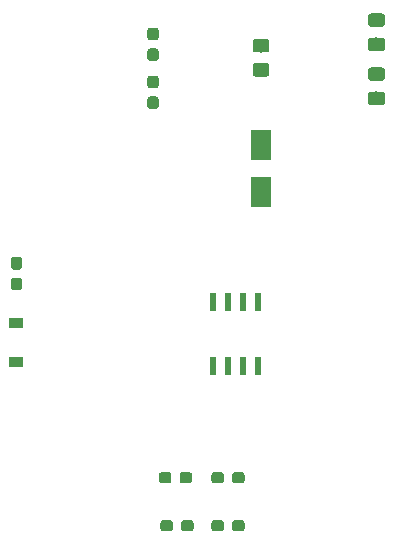
<source format=gbr>
G04 #@! TF.GenerationSoftware,KiCad,Pcbnew,5.1.4+dfsg1-1*
G04 #@! TF.CreationDate,2020-03-04T00:22:41+00:00*
G04 #@! TF.ProjectId,UaElectrex_Phase1,5561456c-6563-4747-9265-785f50686173,rev?*
G04 #@! TF.SameCoordinates,Original*
G04 #@! TF.FileFunction,Paste,Top*
G04 #@! TF.FilePolarity,Positive*
%FSLAX46Y46*%
G04 Gerber Fmt 4.6, Leading zero omitted, Abs format (unit mm)*
G04 Created by KiCad (PCBNEW 5.1.4+dfsg1-1) date 2020-03-04 00:22:41*
%MOMM*%
%LPD*%
G04 APERTURE LIST*
%ADD10R,0.549200X1.499200*%
%ADD11C,0.100000*%
%ADD12C,0.950000*%
%ADD13R,1.200000X0.900000*%
%ADD14R,1.800000X2.500000*%
%ADD15C,1.150000*%
G04 APERTURE END LIST*
D10*
X167259000Y-103411000D03*
X165989000Y-103411000D03*
X164719000Y-103411000D03*
X163449000Y-103411000D03*
X163449000Y-98011000D03*
X164719000Y-98011000D03*
X165989000Y-98011000D03*
X167259000Y-98011000D03*
D11*
G36*
X165904779Y-112429144D02*
G01*
X165927834Y-112432563D01*
X165950443Y-112438227D01*
X165972387Y-112446079D01*
X165993457Y-112456044D01*
X166013448Y-112468026D01*
X166032168Y-112481910D01*
X166049438Y-112497562D01*
X166065090Y-112514832D01*
X166078974Y-112533552D01*
X166090956Y-112553543D01*
X166100921Y-112574613D01*
X166108773Y-112596557D01*
X166114437Y-112619166D01*
X166117856Y-112642221D01*
X166119000Y-112665500D01*
X166119000Y-113140500D01*
X166117856Y-113163779D01*
X166114437Y-113186834D01*
X166108773Y-113209443D01*
X166100921Y-113231387D01*
X166090956Y-113252457D01*
X166078974Y-113272448D01*
X166065090Y-113291168D01*
X166049438Y-113308438D01*
X166032168Y-113324090D01*
X166013448Y-113337974D01*
X165993457Y-113349956D01*
X165972387Y-113359921D01*
X165950443Y-113367773D01*
X165927834Y-113373437D01*
X165904779Y-113376856D01*
X165881500Y-113378000D01*
X165306500Y-113378000D01*
X165283221Y-113376856D01*
X165260166Y-113373437D01*
X165237557Y-113367773D01*
X165215613Y-113359921D01*
X165194543Y-113349956D01*
X165174552Y-113337974D01*
X165155832Y-113324090D01*
X165138562Y-113308438D01*
X165122910Y-113291168D01*
X165109026Y-113272448D01*
X165097044Y-113252457D01*
X165087079Y-113231387D01*
X165079227Y-113209443D01*
X165073563Y-113186834D01*
X165070144Y-113163779D01*
X165069000Y-113140500D01*
X165069000Y-112665500D01*
X165070144Y-112642221D01*
X165073563Y-112619166D01*
X165079227Y-112596557D01*
X165087079Y-112574613D01*
X165097044Y-112553543D01*
X165109026Y-112533552D01*
X165122910Y-112514832D01*
X165138562Y-112497562D01*
X165155832Y-112481910D01*
X165174552Y-112468026D01*
X165194543Y-112456044D01*
X165215613Y-112446079D01*
X165237557Y-112438227D01*
X165260166Y-112432563D01*
X165283221Y-112429144D01*
X165306500Y-112428000D01*
X165881500Y-112428000D01*
X165904779Y-112429144D01*
X165904779Y-112429144D01*
G37*
D12*
X165594000Y-112903000D03*
D11*
G36*
X164154779Y-112429144D02*
G01*
X164177834Y-112432563D01*
X164200443Y-112438227D01*
X164222387Y-112446079D01*
X164243457Y-112456044D01*
X164263448Y-112468026D01*
X164282168Y-112481910D01*
X164299438Y-112497562D01*
X164315090Y-112514832D01*
X164328974Y-112533552D01*
X164340956Y-112553543D01*
X164350921Y-112574613D01*
X164358773Y-112596557D01*
X164364437Y-112619166D01*
X164367856Y-112642221D01*
X164369000Y-112665500D01*
X164369000Y-113140500D01*
X164367856Y-113163779D01*
X164364437Y-113186834D01*
X164358773Y-113209443D01*
X164350921Y-113231387D01*
X164340956Y-113252457D01*
X164328974Y-113272448D01*
X164315090Y-113291168D01*
X164299438Y-113308438D01*
X164282168Y-113324090D01*
X164263448Y-113337974D01*
X164243457Y-113349956D01*
X164222387Y-113359921D01*
X164200443Y-113367773D01*
X164177834Y-113373437D01*
X164154779Y-113376856D01*
X164131500Y-113378000D01*
X163556500Y-113378000D01*
X163533221Y-113376856D01*
X163510166Y-113373437D01*
X163487557Y-113367773D01*
X163465613Y-113359921D01*
X163444543Y-113349956D01*
X163424552Y-113337974D01*
X163405832Y-113324090D01*
X163388562Y-113308438D01*
X163372910Y-113291168D01*
X163359026Y-113272448D01*
X163347044Y-113252457D01*
X163337079Y-113231387D01*
X163329227Y-113209443D01*
X163323563Y-113186834D01*
X163320144Y-113163779D01*
X163319000Y-113140500D01*
X163319000Y-112665500D01*
X163320144Y-112642221D01*
X163323563Y-112619166D01*
X163329227Y-112596557D01*
X163337079Y-112574613D01*
X163347044Y-112553543D01*
X163359026Y-112533552D01*
X163372910Y-112514832D01*
X163388562Y-112497562D01*
X163405832Y-112481910D01*
X163424552Y-112468026D01*
X163444543Y-112456044D01*
X163465613Y-112446079D01*
X163487557Y-112438227D01*
X163510166Y-112432563D01*
X163533221Y-112429144D01*
X163556500Y-112428000D01*
X164131500Y-112428000D01*
X164154779Y-112429144D01*
X164154779Y-112429144D01*
G37*
D12*
X163844000Y-112903000D03*
D11*
G36*
X165904779Y-116493144D02*
G01*
X165927834Y-116496563D01*
X165950443Y-116502227D01*
X165972387Y-116510079D01*
X165993457Y-116520044D01*
X166013448Y-116532026D01*
X166032168Y-116545910D01*
X166049438Y-116561562D01*
X166065090Y-116578832D01*
X166078974Y-116597552D01*
X166090956Y-116617543D01*
X166100921Y-116638613D01*
X166108773Y-116660557D01*
X166114437Y-116683166D01*
X166117856Y-116706221D01*
X166119000Y-116729500D01*
X166119000Y-117204500D01*
X166117856Y-117227779D01*
X166114437Y-117250834D01*
X166108773Y-117273443D01*
X166100921Y-117295387D01*
X166090956Y-117316457D01*
X166078974Y-117336448D01*
X166065090Y-117355168D01*
X166049438Y-117372438D01*
X166032168Y-117388090D01*
X166013448Y-117401974D01*
X165993457Y-117413956D01*
X165972387Y-117423921D01*
X165950443Y-117431773D01*
X165927834Y-117437437D01*
X165904779Y-117440856D01*
X165881500Y-117442000D01*
X165306500Y-117442000D01*
X165283221Y-117440856D01*
X165260166Y-117437437D01*
X165237557Y-117431773D01*
X165215613Y-117423921D01*
X165194543Y-117413956D01*
X165174552Y-117401974D01*
X165155832Y-117388090D01*
X165138562Y-117372438D01*
X165122910Y-117355168D01*
X165109026Y-117336448D01*
X165097044Y-117316457D01*
X165087079Y-117295387D01*
X165079227Y-117273443D01*
X165073563Y-117250834D01*
X165070144Y-117227779D01*
X165069000Y-117204500D01*
X165069000Y-116729500D01*
X165070144Y-116706221D01*
X165073563Y-116683166D01*
X165079227Y-116660557D01*
X165087079Y-116638613D01*
X165097044Y-116617543D01*
X165109026Y-116597552D01*
X165122910Y-116578832D01*
X165138562Y-116561562D01*
X165155832Y-116545910D01*
X165174552Y-116532026D01*
X165194543Y-116520044D01*
X165215613Y-116510079D01*
X165237557Y-116502227D01*
X165260166Y-116496563D01*
X165283221Y-116493144D01*
X165306500Y-116492000D01*
X165881500Y-116492000D01*
X165904779Y-116493144D01*
X165904779Y-116493144D01*
G37*
D12*
X165594000Y-116967000D03*
D11*
G36*
X164154779Y-116493144D02*
G01*
X164177834Y-116496563D01*
X164200443Y-116502227D01*
X164222387Y-116510079D01*
X164243457Y-116520044D01*
X164263448Y-116532026D01*
X164282168Y-116545910D01*
X164299438Y-116561562D01*
X164315090Y-116578832D01*
X164328974Y-116597552D01*
X164340956Y-116617543D01*
X164350921Y-116638613D01*
X164358773Y-116660557D01*
X164364437Y-116683166D01*
X164367856Y-116706221D01*
X164369000Y-116729500D01*
X164369000Y-117204500D01*
X164367856Y-117227779D01*
X164364437Y-117250834D01*
X164358773Y-117273443D01*
X164350921Y-117295387D01*
X164340956Y-117316457D01*
X164328974Y-117336448D01*
X164315090Y-117355168D01*
X164299438Y-117372438D01*
X164282168Y-117388090D01*
X164263448Y-117401974D01*
X164243457Y-117413956D01*
X164222387Y-117423921D01*
X164200443Y-117431773D01*
X164177834Y-117437437D01*
X164154779Y-117440856D01*
X164131500Y-117442000D01*
X163556500Y-117442000D01*
X163533221Y-117440856D01*
X163510166Y-117437437D01*
X163487557Y-117431773D01*
X163465613Y-117423921D01*
X163444543Y-117413956D01*
X163424552Y-117401974D01*
X163405832Y-117388090D01*
X163388562Y-117372438D01*
X163372910Y-117355168D01*
X163359026Y-117336448D01*
X163347044Y-117316457D01*
X163337079Y-117295387D01*
X163329227Y-117273443D01*
X163323563Y-117250834D01*
X163320144Y-117227779D01*
X163319000Y-117204500D01*
X163319000Y-116729500D01*
X163320144Y-116706221D01*
X163323563Y-116683166D01*
X163329227Y-116660557D01*
X163337079Y-116638613D01*
X163347044Y-116617543D01*
X163359026Y-116597552D01*
X163372910Y-116578832D01*
X163388562Y-116561562D01*
X163405832Y-116545910D01*
X163424552Y-116532026D01*
X163444543Y-116520044D01*
X163465613Y-116510079D01*
X163487557Y-116502227D01*
X163510166Y-116496563D01*
X163533221Y-116493144D01*
X163556500Y-116492000D01*
X164131500Y-116492000D01*
X164154779Y-116493144D01*
X164154779Y-116493144D01*
G37*
D12*
X163844000Y-116967000D03*
D11*
G36*
X158629779Y-78865144D02*
G01*
X158652834Y-78868563D01*
X158675443Y-78874227D01*
X158697387Y-78882079D01*
X158718457Y-78892044D01*
X158738448Y-78904026D01*
X158757168Y-78917910D01*
X158774438Y-78933562D01*
X158790090Y-78950832D01*
X158803974Y-78969552D01*
X158815956Y-78989543D01*
X158825921Y-79010613D01*
X158833773Y-79032557D01*
X158839437Y-79055166D01*
X158842856Y-79078221D01*
X158844000Y-79101500D01*
X158844000Y-79676500D01*
X158842856Y-79699779D01*
X158839437Y-79722834D01*
X158833773Y-79745443D01*
X158825921Y-79767387D01*
X158815956Y-79788457D01*
X158803974Y-79808448D01*
X158790090Y-79827168D01*
X158774438Y-79844438D01*
X158757168Y-79860090D01*
X158738448Y-79873974D01*
X158718457Y-79885956D01*
X158697387Y-79895921D01*
X158675443Y-79903773D01*
X158652834Y-79909437D01*
X158629779Y-79912856D01*
X158606500Y-79914000D01*
X158131500Y-79914000D01*
X158108221Y-79912856D01*
X158085166Y-79909437D01*
X158062557Y-79903773D01*
X158040613Y-79895921D01*
X158019543Y-79885956D01*
X157999552Y-79873974D01*
X157980832Y-79860090D01*
X157963562Y-79844438D01*
X157947910Y-79827168D01*
X157934026Y-79808448D01*
X157922044Y-79788457D01*
X157912079Y-79767387D01*
X157904227Y-79745443D01*
X157898563Y-79722834D01*
X157895144Y-79699779D01*
X157894000Y-79676500D01*
X157894000Y-79101500D01*
X157895144Y-79078221D01*
X157898563Y-79055166D01*
X157904227Y-79032557D01*
X157912079Y-79010613D01*
X157922044Y-78989543D01*
X157934026Y-78969552D01*
X157947910Y-78950832D01*
X157963562Y-78933562D01*
X157980832Y-78917910D01*
X157999552Y-78904026D01*
X158019543Y-78892044D01*
X158040613Y-78882079D01*
X158062557Y-78874227D01*
X158085166Y-78868563D01*
X158108221Y-78865144D01*
X158131500Y-78864000D01*
X158606500Y-78864000D01*
X158629779Y-78865144D01*
X158629779Y-78865144D01*
G37*
D12*
X158369000Y-79389000D03*
D11*
G36*
X158629779Y-80615144D02*
G01*
X158652834Y-80618563D01*
X158675443Y-80624227D01*
X158697387Y-80632079D01*
X158718457Y-80642044D01*
X158738448Y-80654026D01*
X158757168Y-80667910D01*
X158774438Y-80683562D01*
X158790090Y-80700832D01*
X158803974Y-80719552D01*
X158815956Y-80739543D01*
X158825921Y-80760613D01*
X158833773Y-80782557D01*
X158839437Y-80805166D01*
X158842856Y-80828221D01*
X158844000Y-80851500D01*
X158844000Y-81426500D01*
X158842856Y-81449779D01*
X158839437Y-81472834D01*
X158833773Y-81495443D01*
X158825921Y-81517387D01*
X158815956Y-81538457D01*
X158803974Y-81558448D01*
X158790090Y-81577168D01*
X158774438Y-81594438D01*
X158757168Y-81610090D01*
X158738448Y-81623974D01*
X158718457Y-81635956D01*
X158697387Y-81645921D01*
X158675443Y-81653773D01*
X158652834Y-81659437D01*
X158629779Y-81662856D01*
X158606500Y-81664000D01*
X158131500Y-81664000D01*
X158108221Y-81662856D01*
X158085166Y-81659437D01*
X158062557Y-81653773D01*
X158040613Y-81645921D01*
X158019543Y-81635956D01*
X157999552Y-81623974D01*
X157980832Y-81610090D01*
X157963562Y-81594438D01*
X157947910Y-81577168D01*
X157934026Y-81558448D01*
X157922044Y-81538457D01*
X157912079Y-81517387D01*
X157904227Y-81495443D01*
X157898563Y-81472834D01*
X157895144Y-81449779D01*
X157894000Y-81426500D01*
X157894000Y-80851500D01*
X157895144Y-80828221D01*
X157898563Y-80805166D01*
X157904227Y-80782557D01*
X157912079Y-80760613D01*
X157922044Y-80739543D01*
X157934026Y-80719552D01*
X157947910Y-80700832D01*
X157963562Y-80683562D01*
X157980832Y-80667910D01*
X157999552Y-80654026D01*
X158019543Y-80642044D01*
X158040613Y-80632079D01*
X158062557Y-80624227D01*
X158085166Y-80618563D01*
X158108221Y-80615144D01*
X158131500Y-80614000D01*
X158606500Y-80614000D01*
X158629779Y-80615144D01*
X158629779Y-80615144D01*
G37*
D12*
X158369000Y-81139000D03*
D11*
G36*
X147072779Y-94218144D02*
G01*
X147095834Y-94221563D01*
X147118443Y-94227227D01*
X147140387Y-94235079D01*
X147161457Y-94245044D01*
X147181448Y-94257026D01*
X147200168Y-94270910D01*
X147217438Y-94286562D01*
X147233090Y-94303832D01*
X147246974Y-94322552D01*
X147258956Y-94342543D01*
X147268921Y-94363613D01*
X147276773Y-94385557D01*
X147282437Y-94408166D01*
X147285856Y-94431221D01*
X147287000Y-94454500D01*
X147287000Y-95029500D01*
X147285856Y-95052779D01*
X147282437Y-95075834D01*
X147276773Y-95098443D01*
X147268921Y-95120387D01*
X147258956Y-95141457D01*
X147246974Y-95161448D01*
X147233090Y-95180168D01*
X147217438Y-95197438D01*
X147200168Y-95213090D01*
X147181448Y-95226974D01*
X147161457Y-95238956D01*
X147140387Y-95248921D01*
X147118443Y-95256773D01*
X147095834Y-95262437D01*
X147072779Y-95265856D01*
X147049500Y-95267000D01*
X146574500Y-95267000D01*
X146551221Y-95265856D01*
X146528166Y-95262437D01*
X146505557Y-95256773D01*
X146483613Y-95248921D01*
X146462543Y-95238956D01*
X146442552Y-95226974D01*
X146423832Y-95213090D01*
X146406562Y-95197438D01*
X146390910Y-95180168D01*
X146377026Y-95161448D01*
X146365044Y-95141457D01*
X146355079Y-95120387D01*
X146347227Y-95098443D01*
X146341563Y-95075834D01*
X146338144Y-95052779D01*
X146337000Y-95029500D01*
X146337000Y-94454500D01*
X146338144Y-94431221D01*
X146341563Y-94408166D01*
X146347227Y-94385557D01*
X146355079Y-94363613D01*
X146365044Y-94342543D01*
X146377026Y-94322552D01*
X146390910Y-94303832D01*
X146406562Y-94286562D01*
X146423832Y-94270910D01*
X146442552Y-94257026D01*
X146462543Y-94245044D01*
X146483613Y-94235079D01*
X146505557Y-94227227D01*
X146528166Y-94221563D01*
X146551221Y-94218144D01*
X146574500Y-94217000D01*
X147049500Y-94217000D01*
X147072779Y-94218144D01*
X147072779Y-94218144D01*
G37*
D12*
X146812000Y-94742000D03*
D11*
G36*
X147072779Y-95968144D02*
G01*
X147095834Y-95971563D01*
X147118443Y-95977227D01*
X147140387Y-95985079D01*
X147161457Y-95995044D01*
X147181448Y-96007026D01*
X147200168Y-96020910D01*
X147217438Y-96036562D01*
X147233090Y-96053832D01*
X147246974Y-96072552D01*
X147258956Y-96092543D01*
X147268921Y-96113613D01*
X147276773Y-96135557D01*
X147282437Y-96158166D01*
X147285856Y-96181221D01*
X147287000Y-96204500D01*
X147287000Y-96779500D01*
X147285856Y-96802779D01*
X147282437Y-96825834D01*
X147276773Y-96848443D01*
X147268921Y-96870387D01*
X147258956Y-96891457D01*
X147246974Y-96911448D01*
X147233090Y-96930168D01*
X147217438Y-96947438D01*
X147200168Y-96963090D01*
X147181448Y-96976974D01*
X147161457Y-96988956D01*
X147140387Y-96998921D01*
X147118443Y-97006773D01*
X147095834Y-97012437D01*
X147072779Y-97015856D01*
X147049500Y-97017000D01*
X146574500Y-97017000D01*
X146551221Y-97015856D01*
X146528166Y-97012437D01*
X146505557Y-97006773D01*
X146483613Y-96998921D01*
X146462543Y-96988956D01*
X146442552Y-96976974D01*
X146423832Y-96963090D01*
X146406562Y-96947438D01*
X146390910Y-96930168D01*
X146377026Y-96911448D01*
X146365044Y-96891457D01*
X146355079Y-96870387D01*
X146347227Y-96848443D01*
X146341563Y-96825834D01*
X146338144Y-96802779D01*
X146337000Y-96779500D01*
X146337000Y-96204500D01*
X146338144Y-96181221D01*
X146341563Y-96158166D01*
X146347227Y-96135557D01*
X146355079Y-96113613D01*
X146365044Y-96092543D01*
X146377026Y-96072552D01*
X146390910Y-96053832D01*
X146406562Y-96036562D01*
X146423832Y-96020910D01*
X146442552Y-96007026D01*
X146462543Y-95995044D01*
X146483613Y-95985079D01*
X146505557Y-95977227D01*
X146528166Y-95971563D01*
X146551221Y-95968144D01*
X146574500Y-95967000D01*
X147049500Y-95967000D01*
X147072779Y-95968144D01*
X147072779Y-95968144D01*
G37*
D12*
X146812000Y-96492000D03*
D11*
G36*
X159709779Y-112429144D02*
G01*
X159732834Y-112432563D01*
X159755443Y-112438227D01*
X159777387Y-112446079D01*
X159798457Y-112456044D01*
X159818448Y-112468026D01*
X159837168Y-112481910D01*
X159854438Y-112497562D01*
X159870090Y-112514832D01*
X159883974Y-112533552D01*
X159895956Y-112553543D01*
X159905921Y-112574613D01*
X159913773Y-112596557D01*
X159919437Y-112619166D01*
X159922856Y-112642221D01*
X159924000Y-112665500D01*
X159924000Y-113140500D01*
X159922856Y-113163779D01*
X159919437Y-113186834D01*
X159913773Y-113209443D01*
X159905921Y-113231387D01*
X159895956Y-113252457D01*
X159883974Y-113272448D01*
X159870090Y-113291168D01*
X159854438Y-113308438D01*
X159837168Y-113324090D01*
X159818448Y-113337974D01*
X159798457Y-113349956D01*
X159777387Y-113359921D01*
X159755443Y-113367773D01*
X159732834Y-113373437D01*
X159709779Y-113376856D01*
X159686500Y-113378000D01*
X159111500Y-113378000D01*
X159088221Y-113376856D01*
X159065166Y-113373437D01*
X159042557Y-113367773D01*
X159020613Y-113359921D01*
X158999543Y-113349956D01*
X158979552Y-113337974D01*
X158960832Y-113324090D01*
X158943562Y-113308438D01*
X158927910Y-113291168D01*
X158914026Y-113272448D01*
X158902044Y-113252457D01*
X158892079Y-113231387D01*
X158884227Y-113209443D01*
X158878563Y-113186834D01*
X158875144Y-113163779D01*
X158874000Y-113140500D01*
X158874000Y-112665500D01*
X158875144Y-112642221D01*
X158878563Y-112619166D01*
X158884227Y-112596557D01*
X158892079Y-112574613D01*
X158902044Y-112553543D01*
X158914026Y-112533552D01*
X158927910Y-112514832D01*
X158943562Y-112497562D01*
X158960832Y-112481910D01*
X158979552Y-112468026D01*
X158999543Y-112456044D01*
X159020613Y-112446079D01*
X159042557Y-112438227D01*
X159065166Y-112432563D01*
X159088221Y-112429144D01*
X159111500Y-112428000D01*
X159686500Y-112428000D01*
X159709779Y-112429144D01*
X159709779Y-112429144D01*
G37*
D12*
X159399000Y-112903000D03*
D11*
G36*
X161459779Y-112429144D02*
G01*
X161482834Y-112432563D01*
X161505443Y-112438227D01*
X161527387Y-112446079D01*
X161548457Y-112456044D01*
X161568448Y-112468026D01*
X161587168Y-112481910D01*
X161604438Y-112497562D01*
X161620090Y-112514832D01*
X161633974Y-112533552D01*
X161645956Y-112553543D01*
X161655921Y-112574613D01*
X161663773Y-112596557D01*
X161669437Y-112619166D01*
X161672856Y-112642221D01*
X161674000Y-112665500D01*
X161674000Y-113140500D01*
X161672856Y-113163779D01*
X161669437Y-113186834D01*
X161663773Y-113209443D01*
X161655921Y-113231387D01*
X161645956Y-113252457D01*
X161633974Y-113272448D01*
X161620090Y-113291168D01*
X161604438Y-113308438D01*
X161587168Y-113324090D01*
X161568448Y-113337974D01*
X161548457Y-113349956D01*
X161527387Y-113359921D01*
X161505443Y-113367773D01*
X161482834Y-113373437D01*
X161459779Y-113376856D01*
X161436500Y-113378000D01*
X160861500Y-113378000D01*
X160838221Y-113376856D01*
X160815166Y-113373437D01*
X160792557Y-113367773D01*
X160770613Y-113359921D01*
X160749543Y-113349956D01*
X160729552Y-113337974D01*
X160710832Y-113324090D01*
X160693562Y-113308438D01*
X160677910Y-113291168D01*
X160664026Y-113272448D01*
X160652044Y-113252457D01*
X160642079Y-113231387D01*
X160634227Y-113209443D01*
X160628563Y-113186834D01*
X160625144Y-113163779D01*
X160624000Y-113140500D01*
X160624000Y-112665500D01*
X160625144Y-112642221D01*
X160628563Y-112619166D01*
X160634227Y-112596557D01*
X160642079Y-112574613D01*
X160652044Y-112553543D01*
X160664026Y-112533552D01*
X160677910Y-112514832D01*
X160693562Y-112497562D01*
X160710832Y-112481910D01*
X160729552Y-112468026D01*
X160749543Y-112456044D01*
X160770613Y-112446079D01*
X160792557Y-112438227D01*
X160815166Y-112432563D01*
X160838221Y-112429144D01*
X160861500Y-112428000D01*
X161436500Y-112428000D01*
X161459779Y-112429144D01*
X161459779Y-112429144D01*
G37*
D12*
X161149000Y-112903000D03*
D11*
G36*
X159836779Y-116493144D02*
G01*
X159859834Y-116496563D01*
X159882443Y-116502227D01*
X159904387Y-116510079D01*
X159925457Y-116520044D01*
X159945448Y-116532026D01*
X159964168Y-116545910D01*
X159981438Y-116561562D01*
X159997090Y-116578832D01*
X160010974Y-116597552D01*
X160022956Y-116617543D01*
X160032921Y-116638613D01*
X160040773Y-116660557D01*
X160046437Y-116683166D01*
X160049856Y-116706221D01*
X160051000Y-116729500D01*
X160051000Y-117204500D01*
X160049856Y-117227779D01*
X160046437Y-117250834D01*
X160040773Y-117273443D01*
X160032921Y-117295387D01*
X160022956Y-117316457D01*
X160010974Y-117336448D01*
X159997090Y-117355168D01*
X159981438Y-117372438D01*
X159964168Y-117388090D01*
X159945448Y-117401974D01*
X159925457Y-117413956D01*
X159904387Y-117423921D01*
X159882443Y-117431773D01*
X159859834Y-117437437D01*
X159836779Y-117440856D01*
X159813500Y-117442000D01*
X159238500Y-117442000D01*
X159215221Y-117440856D01*
X159192166Y-117437437D01*
X159169557Y-117431773D01*
X159147613Y-117423921D01*
X159126543Y-117413956D01*
X159106552Y-117401974D01*
X159087832Y-117388090D01*
X159070562Y-117372438D01*
X159054910Y-117355168D01*
X159041026Y-117336448D01*
X159029044Y-117316457D01*
X159019079Y-117295387D01*
X159011227Y-117273443D01*
X159005563Y-117250834D01*
X159002144Y-117227779D01*
X159001000Y-117204500D01*
X159001000Y-116729500D01*
X159002144Y-116706221D01*
X159005563Y-116683166D01*
X159011227Y-116660557D01*
X159019079Y-116638613D01*
X159029044Y-116617543D01*
X159041026Y-116597552D01*
X159054910Y-116578832D01*
X159070562Y-116561562D01*
X159087832Y-116545910D01*
X159106552Y-116532026D01*
X159126543Y-116520044D01*
X159147613Y-116510079D01*
X159169557Y-116502227D01*
X159192166Y-116496563D01*
X159215221Y-116493144D01*
X159238500Y-116492000D01*
X159813500Y-116492000D01*
X159836779Y-116493144D01*
X159836779Y-116493144D01*
G37*
D12*
X159526000Y-116967000D03*
D11*
G36*
X161586779Y-116493144D02*
G01*
X161609834Y-116496563D01*
X161632443Y-116502227D01*
X161654387Y-116510079D01*
X161675457Y-116520044D01*
X161695448Y-116532026D01*
X161714168Y-116545910D01*
X161731438Y-116561562D01*
X161747090Y-116578832D01*
X161760974Y-116597552D01*
X161772956Y-116617543D01*
X161782921Y-116638613D01*
X161790773Y-116660557D01*
X161796437Y-116683166D01*
X161799856Y-116706221D01*
X161801000Y-116729500D01*
X161801000Y-117204500D01*
X161799856Y-117227779D01*
X161796437Y-117250834D01*
X161790773Y-117273443D01*
X161782921Y-117295387D01*
X161772956Y-117316457D01*
X161760974Y-117336448D01*
X161747090Y-117355168D01*
X161731438Y-117372438D01*
X161714168Y-117388090D01*
X161695448Y-117401974D01*
X161675457Y-117413956D01*
X161654387Y-117423921D01*
X161632443Y-117431773D01*
X161609834Y-117437437D01*
X161586779Y-117440856D01*
X161563500Y-117442000D01*
X160988500Y-117442000D01*
X160965221Y-117440856D01*
X160942166Y-117437437D01*
X160919557Y-117431773D01*
X160897613Y-117423921D01*
X160876543Y-117413956D01*
X160856552Y-117401974D01*
X160837832Y-117388090D01*
X160820562Y-117372438D01*
X160804910Y-117355168D01*
X160791026Y-117336448D01*
X160779044Y-117316457D01*
X160769079Y-117295387D01*
X160761227Y-117273443D01*
X160755563Y-117250834D01*
X160752144Y-117227779D01*
X160751000Y-117204500D01*
X160751000Y-116729500D01*
X160752144Y-116706221D01*
X160755563Y-116683166D01*
X160761227Y-116660557D01*
X160769079Y-116638613D01*
X160779044Y-116617543D01*
X160791026Y-116597552D01*
X160804910Y-116578832D01*
X160820562Y-116561562D01*
X160837832Y-116545910D01*
X160856552Y-116532026D01*
X160876543Y-116520044D01*
X160897613Y-116510079D01*
X160919557Y-116502227D01*
X160942166Y-116496563D01*
X160965221Y-116493144D01*
X160988500Y-116492000D01*
X161563500Y-116492000D01*
X161586779Y-116493144D01*
X161586779Y-116493144D01*
G37*
D12*
X161276000Y-116967000D03*
D13*
X146812000Y-99823000D03*
X146812000Y-103123000D03*
D11*
G36*
X158629779Y-76551144D02*
G01*
X158652834Y-76554563D01*
X158675443Y-76560227D01*
X158697387Y-76568079D01*
X158718457Y-76578044D01*
X158738448Y-76590026D01*
X158757168Y-76603910D01*
X158774438Y-76619562D01*
X158790090Y-76636832D01*
X158803974Y-76655552D01*
X158815956Y-76675543D01*
X158825921Y-76696613D01*
X158833773Y-76718557D01*
X158839437Y-76741166D01*
X158842856Y-76764221D01*
X158844000Y-76787500D01*
X158844000Y-77362500D01*
X158842856Y-77385779D01*
X158839437Y-77408834D01*
X158833773Y-77431443D01*
X158825921Y-77453387D01*
X158815956Y-77474457D01*
X158803974Y-77494448D01*
X158790090Y-77513168D01*
X158774438Y-77530438D01*
X158757168Y-77546090D01*
X158738448Y-77559974D01*
X158718457Y-77571956D01*
X158697387Y-77581921D01*
X158675443Y-77589773D01*
X158652834Y-77595437D01*
X158629779Y-77598856D01*
X158606500Y-77600000D01*
X158131500Y-77600000D01*
X158108221Y-77598856D01*
X158085166Y-77595437D01*
X158062557Y-77589773D01*
X158040613Y-77581921D01*
X158019543Y-77571956D01*
X157999552Y-77559974D01*
X157980832Y-77546090D01*
X157963562Y-77530438D01*
X157947910Y-77513168D01*
X157934026Y-77494448D01*
X157922044Y-77474457D01*
X157912079Y-77453387D01*
X157904227Y-77431443D01*
X157898563Y-77408834D01*
X157895144Y-77385779D01*
X157894000Y-77362500D01*
X157894000Y-76787500D01*
X157895144Y-76764221D01*
X157898563Y-76741166D01*
X157904227Y-76718557D01*
X157912079Y-76696613D01*
X157922044Y-76675543D01*
X157934026Y-76655552D01*
X157947910Y-76636832D01*
X157963562Y-76619562D01*
X157980832Y-76603910D01*
X157999552Y-76590026D01*
X158019543Y-76578044D01*
X158040613Y-76568079D01*
X158062557Y-76560227D01*
X158085166Y-76554563D01*
X158108221Y-76551144D01*
X158131500Y-76550000D01*
X158606500Y-76550000D01*
X158629779Y-76551144D01*
X158629779Y-76551144D01*
G37*
D12*
X158369000Y-77075000D03*
D11*
G36*
X158629779Y-74801144D02*
G01*
X158652834Y-74804563D01*
X158675443Y-74810227D01*
X158697387Y-74818079D01*
X158718457Y-74828044D01*
X158738448Y-74840026D01*
X158757168Y-74853910D01*
X158774438Y-74869562D01*
X158790090Y-74886832D01*
X158803974Y-74905552D01*
X158815956Y-74925543D01*
X158825921Y-74946613D01*
X158833773Y-74968557D01*
X158839437Y-74991166D01*
X158842856Y-75014221D01*
X158844000Y-75037500D01*
X158844000Y-75612500D01*
X158842856Y-75635779D01*
X158839437Y-75658834D01*
X158833773Y-75681443D01*
X158825921Y-75703387D01*
X158815956Y-75724457D01*
X158803974Y-75744448D01*
X158790090Y-75763168D01*
X158774438Y-75780438D01*
X158757168Y-75796090D01*
X158738448Y-75809974D01*
X158718457Y-75821956D01*
X158697387Y-75831921D01*
X158675443Y-75839773D01*
X158652834Y-75845437D01*
X158629779Y-75848856D01*
X158606500Y-75850000D01*
X158131500Y-75850000D01*
X158108221Y-75848856D01*
X158085166Y-75845437D01*
X158062557Y-75839773D01*
X158040613Y-75831921D01*
X158019543Y-75821956D01*
X157999552Y-75809974D01*
X157980832Y-75796090D01*
X157963562Y-75780438D01*
X157947910Y-75763168D01*
X157934026Y-75744448D01*
X157922044Y-75724457D01*
X157912079Y-75703387D01*
X157904227Y-75681443D01*
X157898563Y-75658834D01*
X157895144Y-75635779D01*
X157894000Y-75612500D01*
X157894000Y-75037500D01*
X157895144Y-75014221D01*
X157898563Y-74991166D01*
X157904227Y-74968557D01*
X157912079Y-74946613D01*
X157922044Y-74925543D01*
X157934026Y-74905552D01*
X157947910Y-74886832D01*
X157963562Y-74869562D01*
X157980832Y-74853910D01*
X157999552Y-74840026D01*
X158019543Y-74828044D01*
X158040613Y-74818079D01*
X158062557Y-74810227D01*
X158085166Y-74804563D01*
X158108221Y-74801144D01*
X158131500Y-74800000D01*
X158606500Y-74800000D01*
X158629779Y-74801144D01*
X158629779Y-74801144D01*
G37*
D12*
X158369000Y-75325000D03*
D14*
X167513000Y-88741000D03*
X167513000Y-84741000D03*
D11*
G36*
X167987505Y-75744204D02*
G01*
X168011773Y-75747804D01*
X168035572Y-75753765D01*
X168058671Y-75762030D01*
X168080850Y-75772520D01*
X168101893Y-75785132D01*
X168121599Y-75799747D01*
X168139777Y-75816223D01*
X168156253Y-75834401D01*
X168170868Y-75854107D01*
X168183480Y-75875150D01*
X168193970Y-75897329D01*
X168202235Y-75920428D01*
X168208196Y-75944227D01*
X168211796Y-75968495D01*
X168213000Y-75992999D01*
X168213000Y-76643001D01*
X168211796Y-76667505D01*
X168208196Y-76691773D01*
X168202235Y-76715572D01*
X168193970Y-76738671D01*
X168183480Y-76760850D01*
X168170868Y-76781893D01*
X168156253Y-76801599D01*
X168139777Y-76819777D01*
X168121599Y-76836253D01*
X168101893Y-76850868D01*
X168080850Y-76863480D01*
X168058671Y-76873970D01*
X168035572Y-76882235D01*
X168011773Y-76888196D01*
X167987505Y-76891796D01*
X167963001Y-76893000D01*
X167062999Y-76893000D01*
X167038495Y-76891796D01*
X167014227Y-76888196D01*
X166990428Y-76882235D01*
X166967329Y-76873970D01*
X166945150Y-76863480D01*
X166924107Y-76850868D01*
X166904401Y-76836253D01*
X166886223Y-76819777D01*
X166869747Y-76801599D01*
X166855132Y-76781893D01*
X166842520Y-76760850D01*
X166832030Y-76738671D01*
X166823765Y-76715572D01*
X166817804Y-76691773D01*
X166814204Y-76667505D01*
X166813000Y-76643001D01*
X166813000Y-75992999D01*
X166814204Y-75968495D01*
X166817804Y-75944227D01*
X166823765Y-75920428D01*
X166832030Y-75897329D01*
X166842520Y-75875150D01*
X166855132Y-75854107D01*
X166869747Y-75834401D01*
X166886223Y-75816223D01*
X166904401Y-75799747D01*
X166924107Y-75785132D01*
X166945150Y-75772520D01*
X166967329Y-75762030D01*
X166990428Y-75753765D01*
X167014227Y-75747804D01*
X167038495Y-75744204D01*
X167062999Y-75743000D01*
X167963001Y-75743000D01*
X167987505Y-75744204D01*
X167987505Y-75744204D01*
G37*
D15*
X167513000Y-76318000D03*
D11*
G36*
X167987505Y-77794204D02*
G01*
X168011773Y-77797804D01*
X168035572Y-77803765D01*
X168058671Y-77812030D01*
X168080850Y-77822520D01*
X168101893Y-77835132D01*
X168121599Y-77849747D01*
X168139777Y-77866223D01*
X168156253Y-77884401D01*
X168170868Y-77904107D01*
X168183480Y-77925150D01*
X168193970Y-77947329D01*
X168202235Y-77970428D01*
X168208196Y-77994227D01*
X168211796Y-78018495D01*
X168213000Y-78042999D01*
X168213000Y-78693001D01*
X168211796Y-78717505D01*
X168208196Y-78741773D01*
X168202235Y-78765572D01*
X168193970Y-78788671D01*
X168183480Y-78810850D01*
X168170868Y-78831893D01*
X168156253Y-78851599D01*
X168139777Y-78869777D01*
X168121599Y-78886253D01*
X168101893Y-78900868D01*
X168080850Y-78913480D01*
X168058671Y-78923970D01*
X168035572Y-78932235D01*
X168011773Y-78938196D01*
X167987505Y-78941796D01*
X167963001Y-78943000D01*
X167062999Y-78943000D01*
X167038495Y-78941796D01*
X167014227Y-78938196D01*
X166990428Y-78932235D01*
X166967329Y-78923970D01*
X166945150Y-78913480D01*
X166924107Y-78900868D01*
X166904401Y-78886253D01*
X166886223Y-78869777D01*
X166869747Y-78851599D01*
X166855132Y-78831893D01*
X166842520Y-78810850D01*
X166832030Y-78788671D01*
X166823765Y-78765572D01*
X166817804Y-78741773D01*
X166814204Y-78717505D01*
X166813000Y-78693001D01*
X166813000Y-78042999D01*
X166814204Y-78018495D01*
X166817804Y-77994227D01*
X166823765Y-77970428D01*
X166832030Y-77947329D01*
X166842520Y-77925150D01*
X166855132Y-77904107D01*
X166869747Y-77884401D01*
X166886223Y-77866223D01*
X166904401Y-77849747D01*
X166924107Y-77835132D01*
X166945150Y-77822520D01*
X166967329Y-77812030D01*
X166990428Y-77803765D01*
X167014227Y-77797804D01*
X167038495Y-77794204D01*
X167062999Y-77793000D01*
X167963001Y-77793000D01*
X167987505Y-77794204D01*
X167987505Y-77794204D01*
G37*
D15*
X167513000Y-78368000D03*
D11*
G36*
X177766505Y-75635204D02*
G01*
X177790773Y-75638804D01*
X177814572Y-75644765D01*
X177837671Y-75653030D01*
X177859850Y-75663520D01*
X177880893Y-75676132D01*
X177900599Y-75690747D01*
X177918777Y-75707223D01*
X177935253Y-75725401D01*
X177949868Y-75745107D01*
X177962480Y-75766150D01*
X177972970Y-75788329D01*
X177981235Y-75811428D01*
X177987196Y-75835227D01*
X177990796Y-75859495D01*
X177992000Y-75883999D01*
X177992000Y-76534001D01*
X177990796Y-76558505D01*
X177987196Y-76582773D01*
X177981235Y-76606572D01*
X177972970Y-76629671D01*
X177962480Y-76651850D01*
X177949868Y-76672893D01*
X177935253Y-76692599D01*
X177918777Y-76710777D01*
X177900599Y-76727253D01*
X177880893Y-76741868D01*
X177859850Y-76754480D01*
X177837671Y-76764970D01*
X177814572Y-76773235D01*
X177790773Y-76779196D01*
X177766505Y-76782796D01*
X177742001Y-76784000D01*
X176841999Y-76784000D01*
X176817495Y-76782796D01*
X176793227Y-76779196D01*
X176769428Y-76773235D01*
X176746329Y-76764970D01*
X176724150Y-76754480D01*
X176703107Y-76741868D01*
X176683401Y-76727253D01*
X176665223Y-76710777D01*
X176648747Y-76692599D01*
X176634132Y-76672893D01*
X176621520Y-76651850D01*
X176611030Y-76629671D01*
X176602765Y-76606572D01*
X176596804Y-76582773D01*
X176593204Y-76558505D01*
X176592000Y-76534001D01*
X176592000Y-75883999D01*
X176593204Y-75859495D01*
X176596804Y-75835227D01*
X176602765Y-75811428D01*
X176611030Y-75788329D01*
X176621520Y-75766150D01*
X176634132Y-75745107D01*
X176648747Y-75725401D01*
X176665223Y-75707223D01*
X176683401Y-75690747D01*
X176703107Y-75676132D01*
X176724150Y-75663520D01*
X176746329Y-75653030D01*
X176769428Y-75644765D01*
X176793227Y-75638804D01*
X176817495Y-75635204D01*
X176841999Y-75634000D01*
X177742001Y-75634000D01*
X177766505Y-75635204D01*
X177766505Y-75635204D01*
G37*
D15*
X177292000Y-76209000D03*
D11*
G36*
X177766505Y-73585204D02*
G01*
X177790773Y-73588804D01*
X177814572Y-73594765D01*
X177837671Y-73603030D01*
X177859850Y-73613520D01*
X177880893Y-73626132D01*
X177900599Y-73640747D01*
X177918777Y-73657223D01*
X177935253Y-73675401D01*
X177949868Y-73695107D01*
X177962480Y-73716150D01*
X177972970Y-73738329D01*
X177981235Y-73761428D01*
X177987196Y-73785227D01*
X177990796Y-73809495D01*
X177992000Y-73833999D01*
X177992000Y-74484001D01*
X177990796Y-74508505D01*
X177987196Y-74532773D01*
X177981235Y-74556572D01*
X177972970Y-74579671D01*
X177962480Y-74601850D01*
X177949868Y-74622893D01*
X177935253Y-74642599D01*
X177918777Y-74660777D01*
X177900599Y-74677253D01*
X177880893Y-74691868D01*
X177859850Y-74704480D01*
X177837671Y-74714970D01*
X177814572Y-74723235D01*
X177790773Y-74729196D01*
X177766505Y-74732796D01*
X177742001Y-74734000D01*
X176841999Y-74734000D01*
X176817495Y-74732796D01*
X176793227Y-74729196D01*
X176769428Y-74723235D01*
X176746329Y-74714970D01*
X176724150Y-74704480D01*
X176703107Y-74691868D01*
X176683401Y-74677253D01*
X176665223Y-74660777D01*
X176648747Y-74642599D01*
X176634132Y-74622893D01*
X176621520Y-74601850D01*
X176611030Y-74579671D01*
X176602765Y-74556572D01*
X176596804Y-74532773D01*
X176593204Y-74508505D01*
X176592000Y-74484001D01*
X176592000Y-73833999D01*
X176593204Y-73809495D01*
X176596804Y-73785227D01*
X176602765Y-73761428D01*
X176611030Y-73738329D01*
X176621520Y-73716150D01*
X176634132Y-73695107D01*
X176648747Y-73675401D01*
X176665223Y-73657223D01*
X176683401Y-73640747D01*
X176703107Y-73626132D01*
X176724150Y-73613520D01*
X176746329Y-73603030D01*
X176769428Y-73594765D01*
X176793227Y-73588804D01*
X176817495Y-73585204D01*
X176841999Y-73584000D01*
X177742001Y-73584000D01*
X177766505Y-73585204D01*
X177766505Y-73585204D01*
G37*
D15*
X177292000Y-74159000D03*
D11*
G36*
X177766505Y-78157204D02*
G01*
X177790773Y-78160804D01*
X177814572Y-78166765D01*
X177837671Y-78175030D01*
X177859850Y-78185520D01*
X177880893Y-78198132D01*
X177900599Y-78212747D01*
X177918777Y-78229223D01*
X177935253Y-78247401D01*
X177949868Y-78267107D01*
X177962480Y-78288150D01*
X177972970Y-78310329D01*
X177981235Y-78333428D01*
X177987196Y-78357227D01*
X177990796Y-78381495D01*
X177992000Y-78405999D01*
X177992000Y-79056001D01*
X177990796Y-79080505D01*
X177987196Y-79104773D01*
X177981235Y-79128572D01*
X177972970Y-79151671D01*
X177962480Y-79173850D01*
X177949868Y-79194893D01*
X177935253Y-79214599D01*
X177918777Y-79232777D01*
X177900599Y-79249253D01*
X177880893Y-79263868D01*
X177859850Y-79276480D01*
X177837671Y-79286970D01*
X177814572Y-79295235D01*
X177790773Y-79301196D01*
X177766505Y-79304796D01*
X177742001Y-79306000D01*
X176841999Y-79306000D01*
X176817495Y-79304796D01*
X176793227Y-79301196D01*
X176769428Y-79295235D01*
X176746329Y-79286970D01*
X176724150Y-79276480D01*
X176703107Y-79263868D01*
X176683401Y-79249253D01*
X176665223Y-79232777D01*
X176648747Y-79214599D01*
X176634132Y-79194893D01*
X176621520Y-79173850D01*
X176611030Y-79151671D01*
X176602765Y-79128572D01*
X176596804Y-79104773D01*
X176593204Y-79080505D01*
X176592000Y-79056001D01*
X176592000Y-78405999D01*
X176593204Y-78381495D01*
X176596804Y-78357227D01*
X176602765Y-78333428D01*
X176611030Y-78310329D01*
X176621520Y-78288150D01*
X176634132Y-78267107D01*
X176648747Y-78247401D01*
X176665223Y-78229223D01*
X176683401Y-78212747D01*
X176703107Y-78198132D01*
X176724150Y-78185520D01*
X176746329Y-78175030D01*
X176769428Y-78166765D01*
X176793227Y-78160804D01*
X176817495Y-78157204D01*
X176841999Y-78156000D01*
X177742001Y-78156000D01*
X177766505Y-78157204D01*
X177766505Y-78157204D01*
G37*
D15*
X177292000Y-78731000D03*
D11*
G36*
X177766505Y-80207204D02*
G01*
X177790773Y-80210804D01*
X177814572Y-80216765D01*
X177837671Y-80225030D01*
X177859850Y-80235520D01*
X177880893Y-80248132D01*
X177900599Y-80262747D01*
X177918777Y-80279223D01*
X177935253Y-80297401D01*
X177949868Y-80317107D01*
X177962480Y-80338150D01*
X177972970Y-80360329D01*
X177981235Y-80383428D01*
X177987196Y-80407227D01*
X177990796Y-80431495D01*
X177992000Y-80455999D01*
X177992000Y-81106001D01*
X177990796Y-81130505D01*
X177987196Y-81154773D01*
X177981235Y-81178572D01*
X177972970Y-81201671D01*
X177962480Y-81223850D01*
X177949868Y-81244893D01*
X177935253Y-81264599D01*
X177918777Y-81282777D01*
X177900599Y-81299253D01*
X177880893Y-81313868D01*
X177859850Y-81326480D01*
X177837671Y-81336970D01*
X177814572Y-81345235D01*
X177790773Y-81351196D01*
X177766505Y-81354796D01*
X177742001Y-81356000D01*
X176841999Y-81356000D01*
X176817495Y-81354796D01*
X176793227Y-81351196D01*
X176769428Y-81345235D01*
X176746329Y-81336970D01*
X176724150Y-81326480D01*
X176703107Y-81313868D01*
X176683401Y-81299253D01*
X176665223Y-81282777D01*
X176648747Y-81264599D01*
X176634132Y-81244893D01*
X176621520Y-81223850D01*
X176611030Y-81201671D01*
X176602765Y-81178572D01*
X176596804Y-81154773D01*
X176593204Y-81130505D01*
X176592000Y-81106001D01*
X176592000Y-80455999D01*
X176593204Y-80431495D01*
X176596804Y-80407227D01*
X176602765Y-80383428D01*
X176611030Y-80360329D01*
X176621520Y-80338150D01*
X176634132Y-80317107D01*
X176648747Y-80297401D01*
X176665223Y-80279223D01*
X176683401Y-80262747D01*
X176703107Y-80248132D01*
X176724150Y-80235520D01*
X176746329Y-80225030D01*
X176769428Y-80216765D01*
X176793227Y-80210804D01*
X176817495Y-80207204D01*
X176841999Y-80206000D01*
X177742001Y-80206000D01*
X177766505Y-80207204D01*
X177766505Y-80207204D01*
G37*
D15*
X177292000Y-80781000D03*
M02*

</source>
